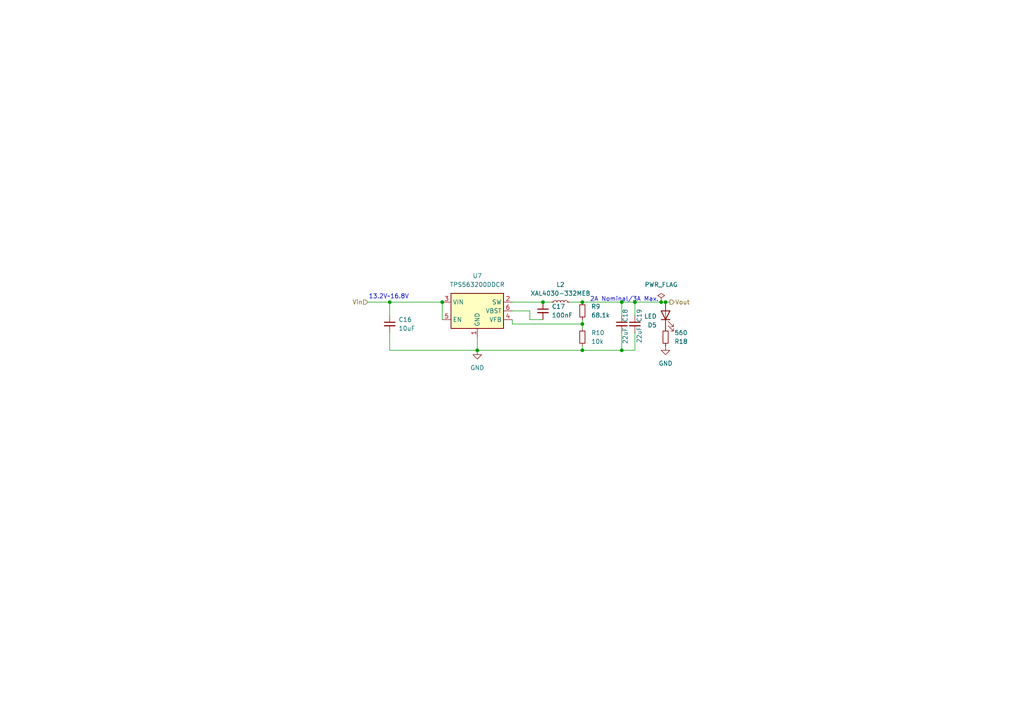
<source format=kicad_sch>
(kicad_sch (version 20250114) (generator "eeschema") (generator_version "9.0")
  (paper "A4")
  (lib_symbols
    (symbol "Device:C_Small" (pin_numbers (hide yes)) (pin_names (offset 0.254) (hide yes))
      (property "Reference" "C" (at 0.254 1.778 0))
      (property "Value" "C_Small" (at 0.254 -2.032 0))
      (symbol "C_Small_0_1"
        (polyline (pts (xy -1.524 0.508) (xy 1.524 0.508)) (stroke (width 0.3048)))
        (polyline (pts (xy -1.524 -0.508) (xy 1.524 -0.508)) (stroke (width 0.3302)))
      )
      (symbol "C_Small_1_1"
        (pin passive line (at 0 2.54 270) (length 2.032) (name "~") (number "1"))
        (pin passive line (at 0 -2.54 90) (length 2.032) (name "~") (number "2"))
      )
    )
    (symbol "Device:LED" (pin_numbers (hide yes)) (pin_names (offset 1.016) (hide yes))
      (property "Reference" "D" (at 0 2.54 0))
      (property "Value" "LED" (at 0 -2.54 0))
      (symbol "LED_0_1"
        (polyline (pts (xy -3.048 -0.762) (xy -4.572 -2.286) (xy -3.81 -2.286) (xy -4.572 -2.286) (xy -4.572 -1.524)))
        (polyline (pts (xy -1.778 -0.762) (xy -3.302 -2.286) (xy -2.54 -2.286) (xy -3.302 -2.286) (xy -3.302 -1.524)))
        (polyline (pts (xy -1.27 0) (xy 1.27 0)))
        (polyline (pts (xy -1.27 -1.27) (xy -1.27 1.27)) (stroke (width 0.254)))
        (polyline (pts (xy 1.27 -1.27) (xy 1.27 1.27) (xy -1.27 0) (xy 1.27 -1.27)) (stroke (width 0.254)))
      )
      (symbol "LED_1_1"
        (pin passive line (at -3.81 0 0) (length 2.54) (name "K") (number "1"))
        (pin passive line (at 3.81 0 180) (length 2.54) (name "A") (number "2"))
      )
    )
    (symbol "Device:L_Small" (pin_numbers (hide yes)) (pin_names (offset 0.254) (hide yes))
      (property "Reference" "L" (at 0.762 1.016 0))
      (property "Value" "L_Small" (at 0.762 -1.016 0))
      (symbol "L_Small_0_1"
        (arc (start 0 2.032) (mid 0.5058 1.524) (end 0 1.016))
        (arc (start 0 1.016) (mid 0.5058 0.508) (end 0 0))
        (arc (start 0 0) (mid 0.5058 -0.508) (end 0 -1.016))
        (arc (start 0 -1.016) (mid 0.5058 -1.524) (end 0 -2.032))
      )
      (symbol "L_Small_1_1"
        (pin passive line (at 0 2.54 270) (length 0.508) (name "~") (number "1"))
        (pin passive line (at 0 -2.54 90) (length 0.508) (name "~") (number "2"))
      )
    )
    (symbol "Device:R_Small" (pin_numbers (hide yes)) (pin_names (offset 0.254) (hide yes))
      (property "Reference" "R" (at 0.762 0.508 0))
      (property "Value" "R_Small" (at 0.762 -1.016 0))
      (symbol "R_Small_0_1"
        (rectangle (start -0.762 1.778) (end 0.762 -1.778) (stroke (width 0.2032)))
      )
      (symbol "R_Small_1_1"
        (pin passive line (at 0 2.54 270) (length 0.762) (name "~") (number "1"))
        (pin passive line (at 0 -2.54 90) (length 0.762) (name "~") (number "2"))
      )
    )
    (symbol "Regulator_Switching:TPS563200"
      (property "Reference" "U" (at -7.62 6.35 0))
      (property "Value" "TPS563200" (at -2.54 6.35 0))
      (symbol "TPS563200_0_1"
        (rectangle (start -7.62 5.08) (end 7.62 -5.08) (stroke (width 0.254)) (fill (type background)))
      )
      (symbol "TPS563200_1_1"
        (pin power_in line (at -10.16 2.54 0) (length 2.54) (name "VIN") (number "3"))
        (pin input line (at -10.16 -2.54 0) (length 2.54) (name "EN") (number "5"))
        (pin power_in line (at 0 -7.62 90) (length 2.54) (name "GND") (number "1"))
        (pin output line (at 10.16 2.54 180) (length 2.54) (name "SW") (number "2"))
        (pin passive line (at 10.16 0 180) (length 2.54) (name "VBST") (number "6"))
        (pin input line (at 10.16 -2.54 180) (length 2.54) (name "VFB") (number "4"))
      )
    )
    (symbol "power:GND" (power) (pin_numbers (hide yes)) (pin_names (offset 0) (hide yes))
      (property "Value" "GND" (at 0 -3.81 0))
      (symbol "GND_0_1"
        (polyline (pts (xy 0 0) (xy 0 -1.27) (xy 1.27 -1.27) (xy 0 -2.54) (xy -1.27 -1.27) (xy 0 -1.27)))
      )
      (symbol "GND_1_1"
        (pin power_in line (at 0 0 270) (length 0) (name "~") (number "1"))
      )
    )
    (symbol "power:PWR_FLAG" (power) (pin_numbers (hide yes)) (pin_names (offset 0) (hide yes))
      (property "Value" "PWR_FLAG" (at 0 3.81 0))
      (symbol "PWR_FLAG_0_0"
        (pin power_out line (at 0 0 90) (length 0) (name "~") (number "1"))
      )
      (symbol "PWR_FLAG_0_1"
        (polyline (pts (xy 0 0) (xy 0 1.27) (xy -1.016 1.905) (xy 0 2.54) (xy 1.016 1.905) (xy 0 1.27)))
      )
    )
  )
  (text "2A Nominal/3A Max." (at 181.102 86.868 0) (effects (font (size 1.27 1.27))))
  (text "13.2V~16.8V" (at 112.776 86.106 0) (effects (font (size 1.27 1.27))))
  (junction (at 168.91 101.6))
  (junction (at 191.77 87.63))
  (junction (at 180.34 87.63))
  (junction (at 168.91 93.98))
  (junction (at 138.43 101.6))
  (junction (at 184.15 87.63))
  (junction (at 168.91 87.63))
  (junction (at 180.34 101.6))
  (junction (at 157.48 87.63))
  (junction (at 128.27 87.63))
  (junction (at 113.03 87.63))
  (junction (at 193.04 87.63))
  (wire (pts (xy 184.15 96.52) (xy 184.15 101.6)))
  (wire (pts (xy 148.59 93.98) (xy 148.59 92.71)))
  (wire (pts (xy 194.31 87.63) (xy 193.04 87.63)))
  (wire (pts (xy 180.34 91.44) (xy 180.34 87.63)))
  (wire (pts (xy 157.48 87.63) (xy 160.02 87.63)))
  (wire (pts (xy 168.91 100.33) (xy 168.91 101.6)))
  (wire (pts (xy 193.04 87.63) (xy 191.77 87.63)))
  (wire (pts (xy 148.59 90.17) (xy 153.67 90.17)))
  (wire (pts (xy 184.15 101.6) (xy 180.34 101.6)))
  (wire (pts (xy 184.15 87.63) (xy 184.15 91.44)))
  (wire (pts (xy 128.27 87.63) (xy 128.27 92.71)))
  (wire (pts (xy 168.91 101.6) (xy 180.34 101.6)))
  (wire (pts (xy 113.03 87.63) (xy 113.03 91.44)))
  (wire (pts (xy 168.91 93.98) (xy 148.59 93.98)))
  (wire (pts (xy 153.67 90.17) (xy 153.67 92.71)))
  (wire (pts (xy 113.03 96.52) (xy 113.03 101.6)))
  (wire (pts (xy 168.91 87.63) (xy 180.34 87.63)))
  (wire (pts (xy 113.03 87.63) (xy 128.27 87.63)))
  (wire (pts (xy 180.34 87.63) (xy 184.15 87.63)))
  (wire (pts (xy 168.91 95.25) (xy 168.91 93.98)))
  (wire (pts (xy 180.34 96.52) (xy 180.34 101.6)))
  (wire (pts (xy 138.43 97.79) (xy 138.43 101.6)))
  (wire (pts (xy 168.91 92.71) (xy 168.91 93.98)))
  (wire (pts (xy 153.67 92.71) (xy 157.48 92.71)))
  (wire (pts (xy 113.03 101.6) (xy 138.43 101.6)))
  (wire (pts (xy 106.68 87.63) (xy 113.03 87.63)))
  (wire (pts (xy 138.43 101.6) (xy 168.91 101.6)))
  (wire (pts (xy 165.1 87.63) (xy 168.91 87.63)))
  (wire (pts (xy 184.15 87.63) (xy 191.77 87.63)))
  (wire (pts (xy 148.59 87.63) (xy 157.48 87.63)))
  (hierarchical_label "Vout" (shape output) (at 194.31 87.63 0))
  (hierarchical_label "Vin" (shape input) (at 106.68 87.63 180))
  (symbol (lib_id "Device:C_Small") (at 157.48 90.17 0) (unit 1)
    (property "Reference" "C17" (at 160.02 88.9062 0) (effects (justify left)))
    (property "Value" "100nF" (at 160.02 91.4462 0) (effects (justify left)))
    (property "Footprint" "Capacitor_SMD:C_0805_2012Metric" (effects (hide yes)))
    (property "Description" "Unpolarized capacitor, small symbol" (effects (hide yes)))
    (property "Part No." "CC0805KRX7R9BB104" (effects (hide yes)))
  )
  (symbol (lib_id "Device:LED") (at 193.04 91.44 90) (unit 1)
    (property "Reference" "D5" (at 190.5 94.2976 90) (effects (justify left)))
    (property "Value" "LED" (at 190.5 91.7576 90) (effects (justify left)))
    (property "Footprint" "LED_SMD:LED_0805_2012Metric" (effects (hide yes)))
    (property "Description" "Light emitting diode" (effects (hide yes)))
  )
  (symbol (lib_id "Device:C_Small") (at 184.15 93.98 0) (unit 1)
    (property "Reference" "C19" (at 185.42 93.472 90) (effects (justify left)))
    (property "Value" "22uF" (at 185.42 99.568 90) (effects (justify left)))
    (property "Footprint" "Capacitor_SMD:C_1206_3216Metric" (effects (hide yes)))
    (property "Description" "Unpolarized capacitor, small symbol" (effects (hide yes)))
    (property "필드5" "GRM31CR71A226KE15L" (effects (hide yes)))
  )
  (symbol (lib_id "power:GND") (at 193.04 100.33 0) (unit 1)
    (property "Reference" "#PWR054" (effects (hide yes)))
    (property "Value" "GND" (at 193.04 105.41 0))
    (property "Description" "Power symbol creates a global label with name \"GND\" , ground" (effects (hide yes)))
  )
  (symbol (lib_id "Device:C_Small") (at 113.03 93.98 0) (unit 1)
    (property "Reference" "C16" (at 115.57 92.7162 0) (effects (justify left)))
    (property "Value" "10uF" (at 115.57 95.2562 0) (effects (justify left)))
    (property "Footprint" "Capacitor_SMD:C_1206_3216Metric" (effects (hide yes)))
    (property "Description" "Unpolarized capacitor, small symbol" (effects (hide yes)))
    (property "Part No." "GRM31CR61E106KA12L" (effects (hide yes)))
  )
  (symbol (lib_id "Device:R_Small") (at 168.91 97.79 0) (unit 1)
    (property "Reference" "R10" (at 171.45 96.5199 0) (effects (justify left)))
    (property "Value" "10k" (at 171.45 99.0599 0) (effects (justify left)))
    (property "Footprint" "Resistor_SMD:R_0603_1608Metric" (effects (hide yes)))
    (property "Description" "Resistor, small symbol" (effects (hide yes)))
    (property "Part No." "CRCW040210K0FKED" (effects (hide yes)))
  )
  (symbol (lib_id "Regulator_Switching:TPS563200") (at 138.43 90.17 0) (unit 1)
    (property "Reference" "U7" (at 138.43 80.01 0))
    (property "Value" "TPS563200DDCR" (at 138.43 82.55 0))
    (property "Footprint" "Package_TO_SOT_SMD:SOT-23-6" (effects (hide yes)))
    (property "Datasheet" "http://www.ti.com/lit/ds/symlink/tps563200.pdf" (effects (hide yes)))
    (property "Description" "3A Synchronous Step-Down Voltage Regulator, Adjustable Output Voltage, 4.5-17V Input Voltage, SOT-23-6" (effects (hide yes)))
  )
  (symbol (lib_id "Device:C_Small") (at 180.34 93.98 0) (unit 1)
    (property "Reference" "C18" (at 181.356 93.472 90) (effects (justify left)))
    (property "Value" "22uF" (at 181.356 99.822 90) (effects (justify left)))
    (property "Footprint" "Capacitor_SMD:C_1206_3216Metric" (effects (hide yes)))
    (property "Description" "Unpolarized capacitor, small symbol" (effects (hide yes)))
    (property "Part No." "GRM31CR71A226KE15L" (effects (hide yes)))
  )
  (symbol (lib_id "power:GND") (at 138.43 101.6 0) (unit 1)
    (property "Reference" "#PWR064" (effects (hide yes)))
    (property "Value" "GND" (at 138.43 106.68 0))
    (property "Description" "Power symbol creates a global label with name \"GND\" , ground" (effects (hide yes)))
  )
  (symbol (lib_id "Device:L_Small") (at 162.56 87.63 90) (unit 1)
    (property "Reference" "L2" (at 162.56 82.55 90))
    (property "Value" "XAL4030-332MEB" (at 162.56 85.09 90))
    (property "Footprint" "Inductor_SMD:L_Coilcraft_XAL4030-XXX" (effects (hide yes)))
    (property "Description" "Inductor, small symbol" (effects (hide yes)))
  )
  (symbol (lib_id "Device:R_Small") (at 168.91 90.17 0) (unit 1)
    (property "Reference" "R9" (at 171.45 88.8999 0) (effects (justify left)))
    (property "Value" "68.1k" (at 171.45 91.4399 0) (effects (justify left)))
    (property "Footprint" "Resistor_SMD:R_0603_1608Metric" (effects (hide yes)))
    (property "Description" "Resistor, small symbol" (effects (hide yes)))
    (property "Part No." "RC0402FR-0768K1L" (effects (hide yes)))
  )
  (symbol (lib_id "Device:R_Small") (at 193.04 97.79 0) (mirror x) (unit 1)
    (property "Reference" "R18" (at 195.58 99.0601 0) (effects (justify left)))
    (property "Value" "560" (at 195.58 96.5201 0) (effects (justify left)))
    (property "Footprint" "Resistor_SMD:R_0402_1005Metric" (effects (hide yes)))
    (property "Description" "Resistor, small symbol" (effects (hide yes)))
  )
  (symbol (lib_id "power:PWR_FLAG") (at 191.77 87.63 0) (unit 1)
    (property "Reference" "#FLG06" (effects (hide yes)))
    (property "Value" "PWR_FLAG" (at 191.77 82.55 0))
    (property "Description" "Special symbol for telling ERC where power comes from" (effects (hide yes)))
  )
)
</source>
